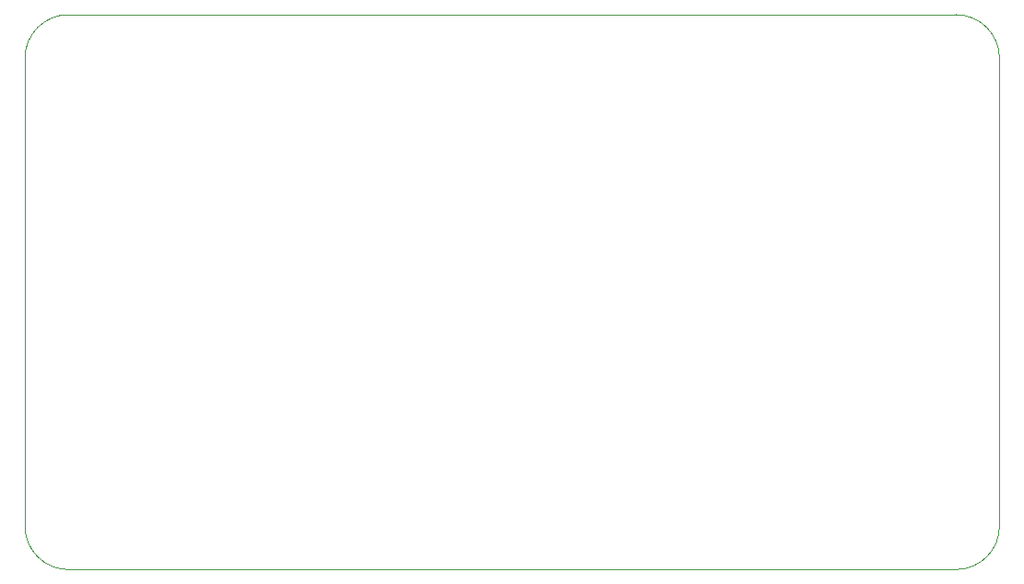
<source format=gko>
G04 Layer_Color=16711935*
%FSLAX44Y44*%
%MOMM*%
G71*
G01*
G75*
%ADD71C,0.1000*%
D71*
X0Y40000D02*
G03*
X40000Y0I40000J0D01*
G01*
Y510000D02*
G03*
X0Y470000I0J-40000D01*
G01*
X855250Y0D02*
G03*
X895250Y40000I0J40000D01*
G01*
Y470000D02*
G03*
X855250Y510000I-40000J0D01*
G01*
X895250Y40000D02*
Y470000D01*
X0Y40000D02*
Y470000D01*
X40000Y510000D02*
X856500D01*
X40000Y0D02*
X855250D01*
M02*

</source>
